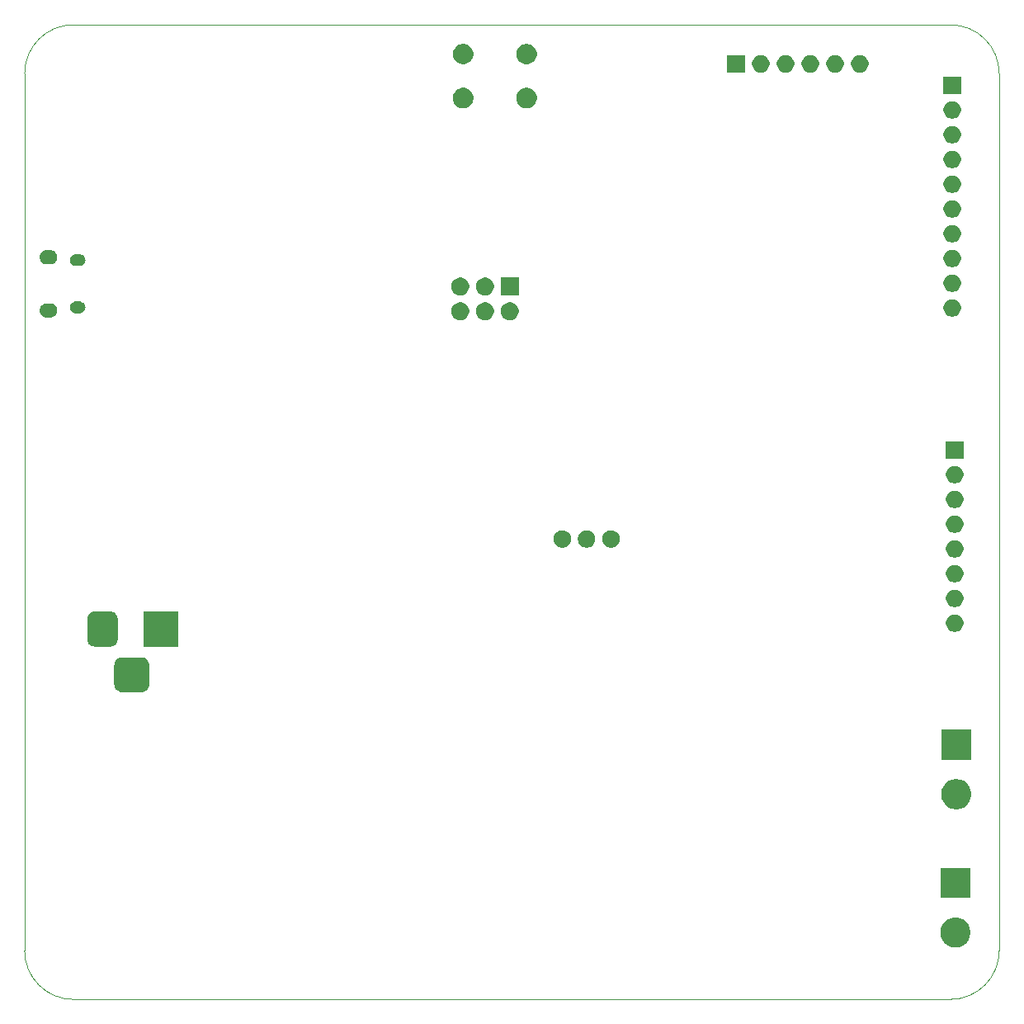
<source format=gbr>
G04 #@! TF.GenerationSoftware,KiCad,Pcbnew,5.1.5-52549c5~86~ubuntu19.10.1*
G04 #@! TF.CreationDate,2020-04-17T16:07:13+02:00*
G04 #@! TF.ProjectId,ArduinoDCC++,41726475-696e-46f4-9443-432b2b2e6b69,v.0.0.1*
G04 #@! TF.SameCoordinates,Original*
G04 #@! TF.FileFunction,Soldermask,Bot*
G04 #@! TF.FilePolarity,Negative*
%FSLAX46Y46*%
G04 Gerber Fmt 4.6, Leading zero omitted, Abs format (unit mm)*
G04 Created by KiCad (PCBNEW 5.1.5-52549c5~86~ubuntu19.10.1) date 2020-04-17 16:07:13*
%MOMM*%
%LPD*%
G04 APERTURE LIST*
%ADD10C,0.050000*%
%ADD11C,0.100000*%
G04 APERTURE END LIST*
D10*
X55000000Y-150000000D02*
X145000000Y-150000000D01*
X50000000Y-55000000D02*
X50000000Y-145000000D01*
X145000000Y-50000000D02*
X55000000Y-50000000D01*
X150000000Y-145000000D02*
X150000000Y-55000000D01*
X150000000Y-145000000D02*
G75*
G02X145000000Y-150000000I-5000000J0D01*
G01*
X145000000Y-50000000D02*
G75*
G02X150000000Y-55000000I0J-5000000D01*
G01*
X50000000Y-55000000D02*
G75*
G02X55000000Y-50000000I5000000J0D01*
G01*
X55000000Y-150000000D02*
G75*
G02X50000000Y-145000000I0J5000000D01*
G01*
D11*
G36*
X145806585Y-141620802D02*
G01*
X145956410Y-141650604D01*
X146238674Y-141767521D01*
X146492705Y-141937259D01*
X146708741Y-142153295D01*
X146878479Y-142407326D01*
X146995396Y-142689590D01*
X147055000Y-142989240D01*
X147055000Y-143294760D01*
X146995396Y-143594410D01*
X146878479Y-143876674D01*
X146708741Y-144130705D01*
X146492705Y-144346741D01*
X146238674Y-144516479D01*
X145956410Y-144633396D01*
X145806585Y-144663198D01*
X145656761Y-144693000D01*
X145351239Y-144693000D01*
X145201415Y-144663198D01*
X145051590Y-144633396D01*
X144769326Y-144516479D01*
X144515295Y-144346741D01*
X144299259Y-144130705D01*
X144129521Y-143876674D01*
X144012604Y-143594410D01*
X143953000Y-143294760D01*
X143953000Y-142989240D01*
X144012604Y-142689590D01*
X144129521Y-142407326D01*
X144299259Y-142153295D01*
X144515295Y-141937259D01*
X144769326Y-141767521D01*
X145051590Y-141650604D01*
X145201415Y-141620802D01*
X145351239Y-141591000D01*
X145656761Y-141591000D01*
X145806585Y-141620802D01*
G37*
G36*
X147055000Y-139613000D02*
G01*
X143953000Y-139613000D01*
X143953000Y-136511000D01*
X147055000Y-136511000D01*
X147055000Y-139613000D01*
G37*
G36*
X145890585Y-127428802D02*
G01*
X146040410Y-127458604D01*
X146322674Y-127575521D01*
X146576705Y-127745259D01*
X146792741Y-127961295D01*
X146962479Y-128215326D01*
X147079396Y-128497590D01*
X147139000Y-128797240D01*
X147139000Y-129102760D01*
X147079396Y-129402410D01*
X146962479Y-129684674D01*
X146792741Y-129938705D01*
X146576705Y-130154741D01*
X146322674Y-130324479D01*
X146040410Y-130441396D01*
X145890585Y-130471198D01*
X145740761Y-130501000D01*
X145435239Y-130501000D01*
X145285415Y-130471198D01*
X145135590Y-130441396D01*
X144853326Y-130324479D01*
X144599295Y-130154741D01*
X144383259Y-129938705D01*
X144213521Y-129684674D01*
X144096604Y-129402410D01*
X144037000Y-129102760D01*
X144037000Y-128797240D01*
X144096604Y-128497590D01*
X144213521Y-128215326D01*
X144383259Y-127961295D01*
X144599295Y-127745259D01*
X144853326Y-127575521D01*
X145135590Y-127458604D01*
X145285415Y-127428802D01*
X145435239Y-127399000D01*
X145740761Y-127399000D01*
X145890585Y-127428802D01*
G37*
G36*
X147139000Y-125421000D02*
G01*
X144037000Y-125421000D01*
X144037000Y-122319000D01*
X147139000Y-122319000D01*
X147139000Y-125421000D01*
G37*
G36*
X62126366Y-114915695D02*
G01*
X62283460Y-114963349D01*
X62428231Y-115040731D01*
X62555128Y-115144872D01*
X62659269Y-115271769D01*
X62736651Y-115416540D01*
X62784305Y-115573634D01*
X62801000Y-115743140D01*
X62801000Y-117656860D01*
X62784305Y-117826366D01*
X62736651Y-117983460D01*
X62659269Y-118128231D01*
X62555128Y-118255128D01*
X62428231Y-118359269D01*
X62283460Y-118436651D01*
X62126366Y-118484305D01*
X61956860Y-118501000D01*
X60043140Y-118501000D01*
X59873634Y-118484305D01*
X59716540Y-118436651D01*
X59571769Y-118359269D01*
X59444872Y-118255128D01*
X59340731Y-118128231D01*
X59263349Y-117983460D01*
X59215695Y-117826366D01*
X59199000Y-117656860D01*
X59199000Y-115743140D01*
X59215695Y-115573634D01*
X59263349Y-115416540D01*
X59340731Y-115271769D01*
X59444872Y-115144872D01*
X59571769Y-115040731D01*
X59716540Y-114963349D01*
X59873634Y-114915695D01*
X60043140Y-114899000D01*
X61956860Y-114899000D01*
X62126366Y-114915695D01*
G37*
G36*
X65801000Y-113801000D02*
G01*
X62199000Y-113801000D01*
X62199000Y-110199000D01*
X65801000Y-110199000D01*
X65801000Y-113801000D01*
G37*
G36*
X58976979Y-110213293D02*
G01*
X59110625Y-110253834D01*
X59233784Y-110319664D01*
X59341740Y-110408260D01*
X59430336Y-110516216D01*
X59496166Y-110639375D01*
X59536707Y-110773021D01*
X59551000Y-110918140D01*
X59551000Y-113081860D01*
X59536707Y-113226979D01*
X59496166Y-113360625D01*
X59430336Y-113483784D01*
X59341740Y-113591740D01*
X59233784Y-113680336D01*
X59110625Y-113746166D01*
X58976979Y-113786707D01*
X58831860Y-113801000D01*
X57168140Y-113801000D01*
X57023021Y-113786707D01*
X56889375Y-113746166D01*
X56766216Y-113680336D01*
X56658260Y-113591740D01*
X56569664Y-113483784D01*
X56503834Y-113360625D01*
X56463293Y-113226979D01*
X56449000Y-113081860D01*
X56449000Y-110918140D01*
X56463293Y-110773021D01*
X56503834Y-110639375D01*
X56569664Y-110516216D01*
X56658260Y-110408260D01*
X56766216Y-110319664D01*
X56889375Y-110253834D01*
X57023021Y-110213293D01*
X57168140Y-110199000D01*
X58831860Y-110199000D01*
X58976979Y-110213293D01*
G37*
G36*
X145541512Y-110495927D02*
G01*
X145690812Y-110525624D01*
X145854784Y-110593544D01*
X146002354Y-110692147D01*
X146127853Y-110817646D01*
X146226456Y-110965216D01*
X146294376Y-111129188D01*
X146329000Y-111303259D01*
X146329000Y-111480741D01*
X146294376Y-111654812D01*
X146226456Y-111818784D01*
X146127853Y-111966354D01*
X146002354Y-112091853D01*
X145854784Y-112190456D01*
X145690812Y-112258376D01*
X145541512Y-112288073D01*
X145516742Y-112293000D01*
X145339258Y-112293000D01*
X145314488Y-112288073D01*
X145165188Y-112258376D01*
X145001216Y-112190456D01*
X144853646Y-112091853D01*
X144728147Y-111966354D01*
X144629544Y-111818784D01*
X144561624Y-111654812D01*
X144527000Y-111480741D01*
X144527000Y-111303259D01*
X144561624Y-111129188D01*
X144629544Y-110965216D01*
X144728147Y-110817646D01*
X144853646Y-110692147D01*
X145001216Y-110593544D01*
X145165188Y-110525624D01*
X145314488Y-110495927D01*
X145339258Y-110491000D01*
X145516742Y-110491000D01*
X145541512Y-110495927D01*
G37*
G36*
X145541512Y-107955927D02*
G01*
X145690812Y-107985624D01*
X145854784Y-108053544D01*
X146002354Y-108152147D01*
X146127853Y-108277646D01*
X146226456Y-108425216D01*
X146294376Y-108589188D01*
X146329000Y-108763259D01*
X146329000Y-108940741D01*
X146294376Y-109114812D01*
X146226456Y-109278784D01*
X146127853Y-109426354D01*
X146002354Y-109551853D01*
X145854784Y-109650456D01*
X145690812Y-109718376D01*
X145541512Y-109748073D01*
X145516742Y-109753000D01*
X145339258Y-109753000D01*
X145314488Y-109748073D01*
X145165188Y-109718376D01*
X145001216Y-109650456D01*
X144853646Y-109551853D01*
X144728147Y-109426354D01*
X144629544Y-109278784D01*
X144561624Y-109114812D01*
X144527000Y-108940741D01*
X144527000Y-108763259D01*
X144561624Y-108589188D01*
X144629544Y-108425216D01*
X144728147Y-108277646D01*
X144853646Y-108152147D01*
X145001216Y-108053544D01*
X145165188Y-107985624D01*
X145314488Y-107955927D01*
X145339258Y-107951000D01*
X145516742Y-107951000D01*
X145541512Y-107955927D01*
G37*
G36*
X145541512Y-105415927D02*
G01*
X145690812Y-105445624D01*
X145854784Y-105513544D01*
X146002354Y-105612147D01*
X146127853Y-105737646D01*
X146226456Y-105885216D01*
X146294376Y-106049188D01*
X146329000Y-106223259D01*
X146329000Y-106400741D01*
X146294376Y-106574812D01*
X146226456Y-106738784D01*
X146127853Y-106886354D01*
X146002354Y-107011853D01*
X145854784Y-107110456D01*
X145690812Y-107178376D01*
X145541512Y-107208073D01*
X145516742Y-107213000D01*
X145339258Y-107213000D01*
X145314488Y-107208073D01*
X145165188Y-107178376D01*
X145001216Y-107110456D01*
X144853646Y-107011853D01*
X144728147Y-106886354D01*
X144629544Y-106738784D01*
X144561624Y-106574812D01*
X144527000Y-106400741D01*
X144527000Y-106223259D01*
X144561624Y-106049188D01*
X144629544Y-105885216D01*
X144728147Y-105737646D01*
X144853646Y-105612147D01*
X145001216Y-105513544D01*
X145165188Y-105445624D01*
X145314488Y-105415927D01*
X145339258Y-105411000D01*
X145516742Y-105411000D01*
X145541512Y-105415927D01*
G37*
G36*
X145541512Y-102875927D02*
G01*
X145690812Y-102905624D01*
X145854784Y-102973544D01*
X146002354Y-103072147D01*
X146127853Y-103197646D01*
X146226456Y-103345216D01*
X146294376Y-103509188D01*
X146329000Y-103683259D01*
X146329000Y-103860741D01*
X146294376Y-104034812D01*
X146226456Y-104198784D01*
X146127853Y-104346354D01*
X146002354Y-104471853D01*
X145854784Y-104570456D01*
X145690812Y-104638376D01*
X145541512Y-104668073D01*
X145516742Y-104673000D01*
X145339258Y-104673000D01*
X145314488Y-104668073D01*
X145165188Y-104638376D01*
X145001216Y-104570456D01*
X144853646Y-104471853D01*
X144728147Y-104346354D01*
X144629544Y-104198784D01*
X144561624Y-104034812D01*
X144527000Y-103860741D01*
X144527000Y-103683259D01*
X144561624Y-103509188D01*
X144629544Y-103345216D01*
X144728147Y-103197646D01*
X144853646Y-103072147D01*
X145001216Y-102973544D01*
X145165188Y-102905624D01*
X145314488Y-102875927D01*
X145339258Y-102871000D01*
X145516742Y-102871000D01*
X145541512Y-102875927D01*
G37*
G36*
X105271512Y-101859927D02*
G01*
X105420812Y-101889624D01*
X105584784Y-101957544D01*
X105732354Y-102056147D01*
X105857853Y-102181646D01*
X105956456Y-102329216D01*
X106024376Y-102493188D01*
X106059000Y-102667259D01*
X106059000Y-102844741D01*
X106024376Y-103018812D01*
X105956456Y-103182784D01*
X105857853Y-103330354D01*
X105732354Y-103455853D01*
X105584784Y-103554456D01*
X105420812Y-103622376D01*
X105271512Y-103652073D01*
X105246742Y-103657000D01*
X105069258Y-103657000D01*
X105044488Y-103652073D01*
X104895188Y-103622376D01*
X104731216Y-103554456D01*
X104583646Y-103455853D01*
X104458147Y-103330354D01*
X104359544Y-103182784D01*
X104291624Y-103018812D01*
X104257000Y-102844741D01*
X104257000Y-102667259D01*
X104291624Y-102493188D01*
X104359544Y-102329216D01*
X104458147Y-102181646D01*
X104583646Y-102056147D01*
X104731216Y-101957544D01*
X104895188Y-101889624D01*
X105044488Y-101859927D01*
X105069258Y-101855000D01*
X105246742Y-101855000D01*
X105271512Y-101859927D01*
G37*
G36*
X107771512Y-101859927D02*
G01*
X107920812Y-101889624D01*
X108084784Y-101957544D01*
X108232354Y-102056147D01*
X108357853Y-102181646D01*
X108456456Y-102329216D01*
X108524376Y-102493188D01*
X108559000Y-102667259D01*
X108559000Y-102844741D01*
X108524376Y-103018812D01*
X108456456Y-103182784D01*
X108357853Y-103330354D01*
X108232354Y-103455853D01*
X108084784Y-103554456D01*
X107920812Y-103622376D01*
X107771512Y-103652073D01*
X107746742Y-103657000D01*
X107569258Y-103657000D01*
X107544488Y-103652073D01*
X107395188Y-103622376D01*
X107231216Y-103554456D01*
X107083646Y-103455853D01*
X106958147Y-103330354D01*
X106859544Y-103182784D01*
X106791624Y-103018812D01*
X106757000Y-102844741D01*
X106757000Y-102667259D01*
X106791624Y-102493188D01*
X106859544Y-102329216D01*
X106958147Y-102181646D01*
X107083646Y-102056147D01*
X107231216Y-101957544D01*
X107395188Y-101889624D01*
X107544488Y-101859927D01*
X107569258Y-101855000D01*
X107746742Y-101855000D01*
X107771512Y-101859927D01*
G37*
G36*
X110271512Y-101859927D02*
G01*
X110420812Y-101889624D01*
X110584784Y-101957544D01*
X110732354Y-102056147D01*
X110857853Y-102181646D01*
X110956456Y-102329216D01*
X111024376Y-102493188D01*
X111059000Y-102667259D01*
X111059000Y-102844741D01*
X111024376Y-103018812D01*
X110956456Y-103182784D01*
X110857853Y-103330354D01*
X110732354Y-103455853D01*
X110584784Y-103554456D01*
X110420812Y-103622376D01*
X110271512Y-103652073D01*
X110246742Y-103657000D01*
X110069258Y-103657000D01*
X110044488Y-103652073D01*
X109895188Y-103622376D01*
X109731216Y-103554456D01*
X109583646Y-103455853D01*
X109458147Y-103330354D01*
X109359544Y-103182784D01*
X109291624Y-103018812D01*
X109257000Y-102844741D01*
X109257000Y-102667259D01*
X109291624Y-102493188D01*
X109359544Y-102329216D01*
X109458147Y-102181646D01*
X109583646Y-102056147D01*
X109731216Y-101957544D01*
X109895188Y-101889624D01*
X110044488Y-101859927D01*
X110069258Y-101855000D01*
X110246742Y-101855000D01*
X110271512Y-101859927D01*
G37*
G36*
X145541512Y-100335927D02*
G01*
X145690812Y-100365624D01*
X145854784Y-100433544D01*
X146002354Y-100532147D01*
X146127853Y-100657646D01*
X146226456Y-100805216D01*
X146294376Y-100969188D01*
X146329000Y-101143259D01*
X146329000Y-101320741D01*
X146294376Y-101494812D01*
X146226456Y-101658784D01*
X146127853Y-101806354D01*
X146002354Y-101931853D01*
X145854784Y-102030456D01*
X145690812Y-102098376D01*
X145541512Y-102128073D01*
X145516742Y-102133000D01*
X145339258Y-102133000D01*
X145314488Y-102128073D01*
X145165188Y-102098376D01*
X145001216Y-102030456D01*
X144853646Y-101931853D01*
X144728147Y-101806354D01*
X144629544Y-101658784D01*
X144561624Y-101494812D01*
X144527000Y-101320741D01*
X144527000Y-101143259D01*
X144561624Y-100969188D01*
X144629544Y-100805216D01*
X144728147Y-100657646D01*
X144853646Y-100532147D01*
X145001216Y-100433544D01*
X145165188Y-100365624D01*
X145314488Y-100335927D01*
X145339258Y-100331000D01*
X145516742Y-100331000D01*
X145541512Y-100335927D01*
G37*
G36*
X145541512Y-97795927D02*
G01*
X145690812Y-97825624D01*
X145854784Y-97893544D01*
X146002354Y-97992147D01*
X146127853Y-98117646D01*
X146226456Y-98265216D01*
X146294376Y-98429188D01*
X146329000Y-98603259D01*
X146329000Y-98780741D01*
X146294376Y-98954812D01*
X146226456Y-99118784D01*
X146127853Y-99266354D01*
X146002354Y-99391853D01*
X145854784Y-99490456D01*
X145690812Y-99558376D01*
X145541512Y-99588073D01*
X145516742Y-99593000D01*
X145339258Y-99593000D01*
X145314488Y-99588073D01*
X145165188Y-99558376D01*
X145001216Y-99490456D01*
X144853646Y-99391853D01*
X144728147Y-99266354D01*
X144629544Y-99118784D01*
X144561624Y-98954812D01*
X144527000Y-98780741D01*
X144527000Y-98603259D01*
X144561624Y-98429188D01*
X144629544Y-98265216D01*
X144728147Y-98117646D01*
X144853646Y-97992147D01*
X145001216Y-97893544D01*
X145165188Y-97825624D01*
X145314488Y-97795927D01*
X145339258Y-97791000D01*
X145516742Y-97791000D01*
X145541512Y-97795927D01*
G37*
G36*
X145541512Y-95255927D02*
G01*
X145690812Y-95285624D01*
X145854784Y-95353544D01*
X146002354Y-95452147D01*
X146127853Y-95577646D01*
X146226456Y-95725216D01*
X146294376Y-95889188D01*
X146329000Y-96063259D01*
X146329000Y-96240741D01*
X146294376Y-96414812D01*
X146226456Y-96578784D01*
X146127853Y-96726354D01*
X146002354Y-96851853D01*
X145854784Y-96950456D01*
X145690812Y-97018376D01*
X145541512Y-97048073D01*
X145516742Y-97053000D01*
X145339258Y-97053000D01*
X145314488Y-97048073D01*
X145165188Y-97018376D01*
X145001216Y-96950456D01*
X144853646Y-96851853D01*
X144728147Y-96726354D01*
X144629544Y-96578784D01*
X144561624Y-96414812D01*
X144527000Y-96240741D01*
X144527000Y-96063259D01*
X144561624Y-95889188D01*
X144629544Y-95725216D01*
X144728147Y-95577646D01*
X144853646Y-95452147D01*
X145001216Y-95353544D01*
X145165188Y-95285624D01*
X145314488Y-95255927D01*
X145339258Y-95251000D01*
X145516742Y-95251000D01*
X145541512Y-95255927D01*
G37*
G36*
X146329000Y-94513000D02*
G01*
X144527000Y-94513000D01*
X144527000Y-92711000D01*
X146329000Y-92711000D01*
X146329000Y-94513000D01*
G37*
G36*
X94970778Y-78508547D02*
G01*
X95137224Y-78577491D01*
X95287022Y-78677583D01*
X95414417Y-78804978D01*
X95514509Y-78954776D01*
X95583453Y-79121222D01*
X95618600Y-79297918D01*
X95618600Y-79478082D01*
X95583453Y-79654778D01*
X95514509Y-79821224D01*
X95414417Y-79971022D01*
X95287022Y-80098417D01*
X95137224Y-80198509D01*
X94970778Y-80267453D01*
X94794082Y-80302600D01*
X94613918Y-80302600D01*
X94437222Y-80267453D01*
X94270776Y-80198509D01*
X94120978Y-80098417D01*
X93993583Y-79971022D01*
X93893491Y-79821224D01*
X93824547Y-79654778D01*
X93789400Y-79478082D01*
X93789400Y-79297918D01*
X93824547Y-79121222D01*
X93893491Y-78954776D01*
X93993583Y-78804978D01*
X94120978Y-78677583D01*
X94270776Y-78577491D01*
X94437222Y-78508547D01*
X94613918Y-78473400D01*
X94794082Y-78473400D01*
X94970778Y-78508547D01*
G37*
G36*
X100050778Y-78508547D02*
G01*
X100217224Y-78577491D01*
X100367022Y-78677583D01*
X100494417Y-78804978D01*
X100594509Y-78954776D01*
X100663453Y-79121222D01*
X100698600Y-79297918D01*
X100698600Y-79478082D01*
X100663453Y-79654778D01*
X100594509Y-79821224D01*
X100494417Y-79971022D01*
X100367022Y-80098417D01*
X100217224Y-80198509D01*
X100050778Y-80267453D01*
X99874082Y-80302600D01*
X99693918Y-80302600D01*
X99517222Y-80267453D01*
X99350776Y-80198509D01*
X99200978Y-80098417D01*
X99073583Y-79971022D01*
X98973491Y-79821224D01*
X98904547Y-79654778D01*
X98869400Y-79478082D01*
X98869400Y-79297918D01*
X98904547Y-79121222D01*
X98973491Y-78954776D01*
X99073583Y-78804978D01*
X99200978Y-78677583D01*
X99350776Y-78577491D01*
X99517222Y-78508547D01*
X99693918Y-78473400D01*
X99874082Y-78473400D01*
X100050778Y-78508547D01*
G37*
G36*
X97510778Y-78508547D02*
G01*
X97677224Y-78577491D01*
X97827022Y-78677583D01*
X97954417Y-78804978D01*
X98054509Y-78954776D01*
X98123453Y-79121222D01*
X98158600Y-79297918D01*
X98158600Y-79478082D01*
X98123453Y-79654778D01*
X98054509Y-79821224D01*
X97954417Y-79971022D01*
X97827022Y-80098417D01*
X97677224Y-80198509D01*
X97510778Y-80267453D01*
X97334082Y-80302600D01*
X97153918Y-80302600D01*
X96977222Y-80267453D01*
X96810776Y-80198509D01*
X96660978Y-80098417D01*
X96533583Y-79971022D01*
X96433491Y-79821224D01*
X96364547Y-79654778D01*
X96329400Y-79478082D01*
X96329400Y-79297918D01*
X96364547Y-79121222D01*
X96433491Y-78954776D01*
X96533583Y-78804978D01*
X96660978Y-78677583D01*
X96810776Y-78577491D01*
X96977222Y-78508547D01*
X97153918Y-78473400D01*
X97334082Y-78473400D01*
X97510778Y-78508547D01*
G37*
G36*
X52687213Y-78576502D02*
G01*
X52758321Y-78583505D01*
X52895172Y-78625019D01*
X52895175Y-78625020D01*
X53021294Y-78692432D01*
X53131843Y-78783157D01*
X53222568Y-78893706D01*
X53289980Y-79019825D01*
X53289981Y-79019828D01*
X53331495Y-79156679D01*
X53345512Y-79299000D01*
X53331495Y-79441321D01*
X53316385Y-79491130D01*
X53289980Y-79578175D01*
X53222568Y-79704294D01*
X53131843Y-79814843D01*
X53021294Y-79905568D01*
X52895175Y-79972980D01*
X52895172Y-79972981D01*
X52758321Y-80014495D01*
X52687213Y-80021498D01*
X52651660Y-80025000D01*
X52230340Y-80025000D01*
X52194787Y-80021498D01*
X52123679Y-80014495D01*
X51986828Y-79972981D01*
X51986825Y-79972980D01*
X51860706Y-79905568D01*
X51750157Y-79814843D01*
X51659432Y-79704294D01*
X51592020Y-79578175D01*
X51565615Y-79491130D01*
X51550505Y-79441321D01*
X51536488Y-79299000D01*
X51550505Y-79156679D01*
X51592019Y-79019828D01*
X51592020Y-79019825D01*
X51659432Y-78893706D01*
X51750157Y-78783157D01*
X51860706Y-78692432D01*
X51986825Y-78625020D01*
X51986828Y-78625019D01*
X52123679Y-78583505D01*
X52194787Y-78576502D01*
X52230340Y-78573000D01*
X52651660Y-78573000D01*
X52687213Y-78576502D01*
G37*
G36*
X145287512Y-78157927D02*
G01*
X145436812Y-78187624D01*
X145600784Y-78255544D01*
X145748354Y-78354147D01*
X145873853Y-78479646D01*
X145972456Y-78627216D01*
X146040376Y-78791188D01*
X146075000Y-78965259D01*
X146075000Y-79142741D01*
X146040376Y-79316812D01*
X145972456Y-79480784D01*
X145873853Y-79628354D01*
X145748354Y-79753853D01*
X145600784Y-79852456D01*
X145436812Y-79920376D01*
X145287512Y-79950073D01*
X145262742Y-79955000D01*
X145085258Y-79955000D01*
X145060488Y-79950073D01*
X144911188Y-79920376D01*
X144747216Y-79852456D01*
X144599646Y-79753853D01*
X144474147Y-79628354D01*
X144375544Y-79480784D01*
X144307624Y-79316812D01*
X144273000Y-79142741D01*
X144273000Y-78965259D01*
X144307624Y-78791188D01*
X144375544Y-78627216D01*
X144474147Y-78479646D01*
X144599646Y-78354147D01*
X144747216Y-78255544D01*
X144911188Y-78187624D01*
X145060488Y-78157927D01*
X145085258Y-78153000D01*
X145262742Y-78153000D01*
X145287512Y-78157927D01*
G37*
G36*
X55758818Y-78396696D02*
G01*
X55872105Y-78431062D01*
X55976512Y-78486869D01*
X56068027Y-78561973D01*
X56143131Y-78653488D01*
X56198938Y-78757895D01*
X56233304Y-78871182D01*
X56244907Y-78989000D01*
X56233304Y-79106818D01*
X56198938Y-79220105D01*
X56143131Y-79324512D01*
X56068027Y-79416027D01*
X55976512Y-79491131D01*
X55872105Y-79546938D01*
X55758818Y-79581304D01*
X55670519Y-79590000D01*
X55211481Y-79590000D01*
X55123182Y-79581304D01*
X55009895Y-79546938D01*
X54905488Y-79491131D01*
X54813973Y-79416027D01*
X54738869Y-79324512D01*
X54683062Y-79220105D01*
X54648696Y-79106818D01*
X54637093Y-78989000D01*
X54648696Y-78871182D01*
X54683062Y-78757895D01*
X54738869Y-78653488D01*
X54813973Y-78561973D01*
X54905488Y-78486869D01*
X55009895Y-78431062D01*
X55123182Y-78396696D01*
X55211481Y-78388000D01*
X55670519Y-78388000D01*
X55758818Y-78396696D01*
G37*
G36*
X94970778Y-75968547D02*
G01*
X95137224Y-76037491D01*
X95287022Y-76137583D01*
X95414417Y-76264978D01*
X95514509Y-76414776D01*
X95583453Y-76581222D01*
X95618600Y-76757918D01*
X95618600Y-76938082D01*
X95583453Y-77114778D01*
X95514509Y-77281224D01*
X95414417Y-77431022D01*
X95287022Y-77558417D01*
X95137224Y-77658509D01*
X94970778Y-77727453D01*
X94794082Y-77762600D01*
X94613918Y-77762600D01*
X94437222Y-77727453D01*
X94270776Y-77658509D01*
X94120978Y-77558417D01*
X93993583Y-77431022D01*
X93893491Y-77281224D01*
X93824547Y-77114778D01*
X93789400Y-76938082D01*
X93789400Y-76757918D01*
X93824547Y-76581222D01*
X93893491Y-76414776D01*
X93993583Y-76264978D01*
X94120978Y-76137583D01*
X94270776Y-76037491D01*
X94437222Y-75968547D01*
X94613918Y-75933400D01*
X94794082Y-75933400D01*
X94970778Y-75968547D01*
G37*
G36*
X100698600Y-77762600D02*
G01*
X98869400Y-77762600D01*
X98869400Y-75933400D01*
X100698600Y-75933400D01*
X100698600Y-77762600D01*
G37*
G36*
X97510778Y-75968547D02*
G01*
X97677224Y-76037491D01*
X97827022Y-76137583D01*
X97954417Y-76264978D01*
X98054509Y-76414776D01*
X98123453Y-76581222D01*
X98158600Y-76757918D01*
X98158600Y-76938082D01*
X98123453Y-77114778D01*
X98054509Y-77281224D01*
X97954417Y-77431022D01*
X97827022Y-77558417D01*
X97677224Y-77658509D01*
X97510778Y-77727453D01*
X97334082Y-77762600D01*
X97153918Y-77762600D01*
X96977222Y-77727453D01*
X96810776Y-77658509D01*
X96660978Y-77558417D01*
X96533583Y-77431022D01*
X96433491Y-77281224D01*
X96364547Y-77114778D01*
X96329400Y-76938082D01*
X96329400Y-76757918D01*
X96364547Y-76581222D01*
X96433491Y-76414776D01*
X96533583Y-76264978D01*
X96660978Y-76137583D01*
X96810776Y-76037491D01*
X96977222Y-75968547D01*
X97153918Y-75933400D01*
X97334082Y-75933400D01*
X97510778Y-75968547D01*
G37*
G36*
X145287512Y-75617927D02*
G01*
X145436812Y-75647624D01*
X145600784Y-75715544D01*
X145748354Y-75814147D01*
X145873853Y-75939646D01*
X145972456Y-76087216D01*
X146040376Y-76251188D01*
X146075000Y-76425259D01*
X146075000Y-76602741D01*
X146040376Y-76776812D01*
X145972456Y-76940784D01*
X145873853Y-77088354D01*
X145748354Y-77213853D01*
X145600784Y-77312456D01*
X145436812Y-77380376D01*
X145287512Y-77410073D01*
X145262742Y-77415000D01*
X145085258Y-77415000D01*
X145060488Y-77410073D01*
X144911188Y-77380376D01*
X144747216Y-77312456D01*
X144599646Y-77213853D01*
X144474147Y-77088354D01*
X144375544Y-76940784D01*
X144307624Y-76776812D01*
X144273000Y-76602741D01*
X144273000Y-76425259D01*
X144307624Y-76251188D01*
X144375544Y-76087216D01*
X144474147Y-75939646D01*
X144599646Y-75814147D01*
X144747216Y-75715544D01*
X144911188Y-75647624D01*
X145060488Y-75617927D01*
X145085258Y-75613000D01*
X145262742Y-75613000D01*
X145287512Y-75617927D01*
G37*
G36*
X145287512Y-73077927D02*
G01*
X145436812Y-73107624D01*
X145600784Y-73175544D01*
X145748354Y-73274147D01*
X145873853Y-73399646D01*
X145972456Y-73547216D01*
X146040376Y-73711188D01*
X146075000Y-73885259D01*
X146075000Y-74062741D01*
X146040376Y-74236812D01*
X145972456Y-74400784D01*
X145873853Y-74548354D01*
X145748354Y-74673853D01*
X145600784Y-74772456D01*
X145436812Y-74840376D01*
X145287512Y-74870073D01*
X145262742Y-74875000D01*
X145085258Y-74875000D01*
X145060488Y-74870073D01*
X144911188Y-74840376D01*
X144747216Y-74772456D01*
X144599646Y-74673853D01*
X144474147Y-74548354D01*
X144375544Y-74400784D01*
X144307624Y-74236812D01*
X144273000Y-74062741D01*
X144273000Y-73885259D01*
X144307624Y-73711188D01*
X144375544Y-73547216D01*
X144474147Y-73399646D01*
X144599646Y-73274147D01*
X144747216Y-73175544D01*
X144911188Y-73107624D01*
X145060488Y-73077927D01*
X145085258Y-73073000D01*
X145262742Y-73073000D01*
X145287512Y-73077927D01*
G37*
G36*
X55758818Y-73556696D02*
G01*
X55872105Y-73591062D01*
X55976512Y-73646869D01*
X56068027Y-73721973D01*
X56143131Y-73813488D01*
X56198938Y-73917895D01*
X56233304Y-74031182D01*
X56244907Y-74149000D01*
X56233304Y-74266818D01*
X56198938Y-74380105D01*
X56143131Y-74484512D01*
X56068027Y-74576027D01*
X55976512Y-74651131D01*
X55872105Y-74706938D01*
X55758818Y-74741304D01*
X55670519Y-74750000D01*
X55211481Y-74750000D01*
X55123182Y-74741304D01*
X55009895Y-74706938D01*
X54905488Y-74651131D01*
X54813973Y-74576027D01*
X54738869Y-74484512D01*
X54683062Y-74380105D01*
X54648696Y-74266818D01*
X54637093Y-74149000D01*
X54648696Y-74031182D01*
X54683062Y-73917895D01*
X54738869Y-73813488D01*
X54813973Y-73721973D01*
X54905488Y-73646869D01*
X55009895Y-73591062D01*
X55123182Y-73556696D01*
X55211481Y-73548000D01*
X55670519Y-73548000D01*
X55758818Y-73556696D01*
G37*
G36*
X52687213Y-73116502D02*
G01*
X52758321Y-73123505D01*
X52895172Y-73165019D01*
X52895175Y-73165020D01*
X53021294Y-73232432D01*
X53131843Y-73323157D01*
X53222568Y-73433706D01*
X53289980Y-73559825D01*
X53289981Y-73559828D01*
X53331495Y-73696679D01*
X53345512Y-73839000D01*
X53331495Y-73981321D01*
X53289981Y-74118172D01*
X53289980Y-74118175D01*
X53222568Y-74244294D01*
X53131843Y-74354843D01*
X53021294Y-74445568D01*
X52895175Y-74512980D01*
X52895172Y-74512981D01*
X52758321Y-74554495D01*
X52687213Y-74561498D01*
X52651660Y-74565000D01*
X52230340Y-74565000D01*
X52194787Y-74561498D01*
X52123679Y-74554495D01*
X51986828Y-74512981D01*
X51986825Y-74512980D01*
X51860706Y-74445568D01*
X51750157Y-74354843D01*
X51659432Y-74244294D01*
X51592020Y-74118175D01*
X51592019Y-74118172D01*
X51550505Y-73981321D01*
X51536488Y-73839000D01*
X51550505Y-73696679D01*
X51592019Y-73559828D01*
X51592020Y-73559825D01*
X51659432Y-73433706D01*
X51750157Y-73323157D01*
X51860706Y-73232432D01*
X51986825Y-73165020D01*
X51986828Y-73165019D01*
X52123679Y-73123505D01*
X52194787Y-73116502D01*
X52230340Y-73113000D01*
X52651660Y-73113000D01*
X52687213Y-73116502D01*
G37*
G36*
X145287512Y-70537927D02*
G01*
X145436812Y-70567624D01*
X145600784Y-70635544D01*
X145748354Y-70734147D01*
X145873853Y-70859646D01*
X145972456Y-71007216D01*
X146040376Y-71171188D01*
X146075000Y-71345259D01*
X146075000Y-71522741D01*
X146040376Y-71696812D01*
X145972456Y-71860784D01*
X145873853Y-72008354D01*
X145748354Y-72133853D01*
X145600784Y-72232456D01*
X145436812Y-72300376D01*
X145287512Y-72330073D01*
X145262742Y-72335000D01*
X145085258Y-72335000D01*
X145060488Y-72330073D01*
X144911188Y-72300376D01*
X144747216Y-72232456D01*
X144599646Y-72133853D01*
X144474147Y-72008354D01*
X144375544Y-71860784D01*
X144307624Y-71696812D01*
X144273000Y-71522741D01*
X144273000Y-71345259D01*
X144307624Y-71171188D01*
X144375544Y-71007216D01*
X144474147Y-70859646D01*
X144599646Y-70734147D01*
X144747216Y-70635544D01*
X144911188Y-70567624D01*
X145060488Y-70537927D01*
X145085258Y-70533000D01*
X145262742Y-70533000D01*
X145287512Y-70537927D01*
G37*
G36*
X145287512Y-67997927D02*
G01*
X145436812Y-68027624D01*
X145600784Y-68095544D01*
X145748354Y-68194147D01*
X145873853Y-68319646D01*
X145972456Y-68467216D01*
X146040376Y-68631188D01*
X146075000Y-68805259D01*
X146075000Y-68982741D01*
X146040376Y-69156812D01*
X145972456Y-69320784D01*
X145873853Y-69468354D01*
X145748354Y-69593853D01*
X145600784Y-69692456D01*
X145436812Y-69760376D01*
X145287512Y-69790073D01*
X145262742Y-69795000D01*
X145085258Y-69795000D01*
X145060488Y-69790073D01*
X144911188Y-69760376D01*
X144747216Y-69692456D01*
X144599646Y-69593853D01*
X144474147Y-69468354D01*
X144375544Y-69320784D01*
X144307624Y-69156812D01*
X144273000Y-68982741D01*
X144273000Y-68805259D01*
X144307624Y-68631188D01*
X144375544Y-68467216D01*
X144474147Y-68319646D01*
X144599646Y-68194147D01*
X144747216Y-68095544D01*
X144911188Y-68027624D01*
X145060488Y-67997927D01*
X145085258Y-67993000D01*
X145262742Y-67993000D01*
X145287512Y-67997927D01*
G37*
G36*
X145287512Y-65457927D02*
G01*
X145436812Y-65487624D01*
X145600784Y-65555544D01*
X145748354Y-65654147D01*
X145873853Y-65779646D01*
X145972456Y-65927216D01*
X146040376Y-66091188D01*
X146075000Y-66265259D01*
X146075000Y-66442741D01*
X146040376Y-66616812D01*
X145972456Y-66780784D01*
X145873853Y-66928354D01*
X145748354Y-67053853D01*
X145600784Y-67152456D01*
X145436812Y-67220376D01*
X145287512Y-67250073D01*
X145262742Y-67255000D01*
X145085258Y-67255000D01*
X145060488Y-67250073D01*
X144911188Y-67220376D01*
X144747216Y-67152456D01*
X144599646Y-67053853D01*
X144474147Y-66928354D01*
X144375544Y-66780784D01*
X144307624Y-66616812D01*
X144273000Y-66442741D01*
X144273000Y-66265259D01*
X144307624Y-66091188D01*
X144375544Y-65927216D01*
X144474147Y-65779646D01*
X144599646Y-65654147D01*
X144747216Y-65555544D01*
X144911188Y-65487624D01*
X145060488Y-65457927D01*
X145085258Y-65453000D01*
X145262742Y-65453000D01*
X145287512Y-65457927D01*
G37*
G36*
X145287512Y-62917927D02*
G01*
X145436812Y-62947624D01*
X145600784Y-63015544D01*
X145748354Y-63114147D01*
X145873853Y-63239646D01*
X145972456Y-63387216D01*
X146040376Y-63551188D01*
X146075000Y-63725259D01*
X146075000Y-63902741D01*
X146040376Y-64076812D01*
X145972456Y-64240784D01*
X145873853Y-64388354D01*
X145748354Y-64513853D01*
X145600784Y-64612456D01*
X145436812Y-64680376D01*
X145287512Y-64710073D01*
X145262742Y-64715000D01*
X145085258Y-64715000D01*
X145060488Y-64710073D01*
X144911188Y-64680376D01*
X144747216Y-64612456D01*
X144599646Y-64513853D01*
X144474147Y-64388354D01*
X144375544Y-64240784D01*
X144307624Y-64076812D01*
X144273000Y-63902741D01*
X144273000Y-63725259D01*
X144307624Y-63551188D01*
X144375544Y-63387216D01*
X144474147Y-63239646D01*
X144599646Y-63114147D01*
X144747216Y-63015544D01*
X144911188Y-62947624D01*
X145060488Y-62917927D01*
X145085258Y-62913000D01*
X145262742Y-62913000D01*
X145287512Y-62917927D01*
G37*
G36*
X145287512Y-60377927D02*
G01*
X145436812Y-60407624D01*
X145600784Y-60475544D01*
X145748354Y-60574147D01*
X145873853Y-60699646D01*
X145972456Y-60847216D01*
X146040376Y-61011188D01*
X146075000Y-61185259D01*
X146075000Y-61362741D01*
X146040376Y-61536812D01*
X145972456Y-61700784D01*
X145873853Y-61848354D01*
X145748354Y-61973853D01*
X145600784Y-62072456D01*
X145436812Y-62140376D01*
X145287512Y-62170073D01*
X145262742Y-62175000D01*
X145085258Y-62175000D01*
X145060488Y-62170073D01*
X144911188Y-62140376D01*
X144747216Y-62072456D01*
X144599646Y-61973853D01*
X144474147Y-61848354D01*
X144375544Y-61700784D01*
X144307624Y-61536812D01*
X144273000Y-61362741D01*
X144273000Y-61185259D01*
X144307624Y-61011188D01*
X144375544Y-60847216D01*
X144474147Y-60699646D01*
X144599646Y-60574147D01*
X144747216Y-60475544D01*
X144911188Y-60407624D01*
X145060488Y-60377927D01*
X145085258Y-60373000D01*
X145262742Y-60373000D01*
X145287512Y-60377927D01*
G37*
G36*
X145287512Y-57837927D02*
G01*
X145436812Y-57867624D01*
X145600784Y-57935544D01*
X145748354Y-58034147D01*
X145873853Y-58159646D01*
X145972456Y-58307216D01*
X146040376Y-58471188D01*
X146075000Y-58645259D01*
X146075000Y-58822741D01*
X146040376Y-58996812D01*
X145972456Y-59160784D01*
X145873853Y-59308354D01*
X145748354Y-59433853D01*
X145600784Y-59532456D01*
X145436812Y-59600376D01*
X145287512Y-59630073D01*
X145262742Y-59635000D01*
X145085258Y-59635000D01*
X145060488Y-59630073D01*
X144911188Y-59600376D01*
X144747216Y-59532456D01*
X144599646Y-59433853D01*
X144474147Y-59308354D01*
X144375544Y-59160784D01*
X144307624Y-58996812D01*
X144273000Y-58822741D01*
X144273000Y-58645259D01*
X144307624Y-58471188D01*
X144375544Y-58307216D01*
X144474147Y-58159646D01*
X144599646Y-58034147D01*
X144747216Y-57935544D01*
X144911188Y-57867624D01*
X145060488Y-57837927D01*
X145085258Y-57833000D01*
X145262742Y-57833000D01*
X145287512Y-57837927D01*
G37*
G36*
X95306564Y-56489389D02*
G01*
X95497833Y-56568615D01*
X95497835Y-56568616D01*
X95669973Y-56683635D01*
X95816365Y-56830027D01*
X95931385Y-57002167D01*
X96010611Y-57193436D01*
X96051000Y-57396484D01*
X96051000Y-57603516D01*
X96010611Y-57806564D01*
X95957186Y-57935544D01*
X95931384Y-57997835D01*
X95816365Y-58169973D01*
X95669973Y-58316365D01*
X95497835Y-58431384D01*
X95497834Y-58431385D01*
X95497833Y-58431385D01*
X95306564Y-58510611D01*
X95103516Y-58551000D01*
X94896484Y-58551000D01*
X94693436Y-58510611D01*
X94502167Y-58431385D01*
X94502166Y-58431385D01*
X94502165Y-58431384D01*
X94330027Y-58316365D01*
X94183635Y-58169973D01*
X94068616Y-57997835D01*
X94042814Y-57935544D01*
X93989389Y-57806564D01*
X93949000Y-57603516D01*
X93949000Y-57396484D01*
X93989389Y-57193436D01*
X94068615Y-57002167D01*
X94183635Y-56830027D01*
X94330027Y-56683635D01*
X94502165Y-56568616D01*
X94502167Y-56568615D01*
X94693436Y-56489389D01*
X94896484Y-56449000D01*
X95103516Y-56449000D01*
X95306564Y-56489389D01*
G37*
G36*
X101806564Y-56489389D02*
G01*
X101997833Y-56568615D01*
X101997835Y-56568616D01*
X102169973Y-56683635D01*
X102316365Y-56830027D01*
X102431385Y-57002167D01*
X102510611Y-57193436D01*
X102551000Y-57396484D01*
X102551000Y-57603516D01*
X102510611Y-57806564D01*
X102457186Y-57935544D01*
X102431384Y-57997835D01*
X102316365Y-58169973D01*
X102169973Y-58316365D01*
X101997835Y-58431384D01*
X101997834Y-58431385D01*
X101997833Y-58431385D01*
X101806564Y-58510611D01*
X101603516Y-58551000D01*
X101396484Y-58551000D01*
X101193436Y-58510611D01*
X101002167Y-58431385D01*
X101002166Y-58431385D01*
X101002165Y-58431384D01*
X100830027Y-58316365D01*
X100683635Y-58169973D01*
X100568616Y-57997835D01*
X100542814Y-57935544D01*
X100489389Y-57806564D01*
X100449000Y-57603516D01*
X100449000Y-57396484D01*
X100489389Y-57193436D01*
X100568615Y-57002167D01*
X100683635Y-56830027D01*
X100830027Y-56683635D01*
X101002165Y-56568616D01*
X101002167Y-56568615D01*
X101193436Y-56489389D01*
X101396484Y-56449000D01*
X101603516Y-56449000D01*
X101806564Y-56489389D01*
G37*
G36*
X146075000Y-57095000D02*
G01*
X144273000Y-57095000D01*
X144273000Y-55293000D01*
X146075000Y-55293000D01*
X146075000Y-57095000D01*
G37*
G36*
X123901000Y-54901000D02*
G01*
X122099000Y-54901000D01*
X122099000Y-53099000D01*
X123901000Y-53099000D01*
X123901000Y-54901000D01*
G37*
G36*
X125651435Y-53103514D02*
G01*
X125802812Y-53133624D01*
X125966784Y-53201544D01*
X126114354Y-53300147D01*
X126239853Y-53425646D01*
X126338456Y-53573216D01*
X126406376Y-53737188D01*
X126441000Y-53911259D01*
X126441000Y-54088741D01*
X126406376Y-54262812D01*
X126338456Y-54426784D01*
X126239853Y-54574354D01*
X126114354Y-54699853D01*
X125966784Y-54798456D01*
X125802812Y-54866376D01*
X125653512Y-54896073D01*
X125628742Y-54901000D01*
X125451258Y-54901000D01*
X125426488Y-54896073D01*
X125277188Y-54866376D01*
X125113216Y-54798456D01*
X124965646Y-54699853D01*
X124840147Y-54574354D01*
X124741544Y-54426784D01*
X124673624Y-54262812D01*
X124639000Y-54088741D01*
X124639000Y-53911259D01*
X124673624Y-53737188D01*
X124741544Y-53573216D01*
X124840147Y-53425646D01*
X124965646Y-53300147D01*
X125113216Y-53201544D01*
X125277188Y-53133624D01*
X125428565Y-53103514D01*
X125451258Y-53099000D01*
X125628742Y-53099000D01*
X125651435Y-53103514D01*
G37*
G36*
X128191435Y-53103514D02*
G01*
X128342812Y-53133624D01*
X128506784Y-53201544D01*
X128654354Y-53300147D01*
X128779853Y-53425646D01*
X128878456Y-53573216D01*
X128946376Y-53737188D01*
X128981000Y-53911259D01*
X128981000Y-54088741D01*
X128946376Y-54262812D01*
X128878456Y-54426784D01*
X128779853Y-54574354D01*
X128654354Y-54699853D01*
X128506784Y-54798456D01*
X128342812Y-54866376D01*
X128193512Y-54896073D01*
X128168742Y-54901000D01*
X127991258Y-54901000D01*
X127966488Y-54896073D01*
X127817188Y-54866376D01*
X127653216Y-54798456D01*
X127505646Y-54699853D01*
X127380147Y-54574354D01*
X127281544Y-54426784D01*
X127213624Y-54262812D01*
X127179000Y-54088741D01*
X127179000Y-53911259D01*
X127213624Y-53737188D01*
X127281544Y-53573216D01*
X127380147Y-53425646D01*
X127505646Y-53300147D01*
X127653216Y-53201544D01*
X127817188Y-53133624D01*
X127968565Y-53103514D01*
X127991258Y-53099000D01*
X128168742Y-53099000D01*
X128191435Y-53103514D01*
G37*
G36*
X130731435Y-53103514D02*
G01*
X130882812Y-53133624D01*
X131046784Y-53201544D01*
X131194354Y-53300147D01*
X131319853Y-53425646D01*
X131418456Y-53573216D01*
X131486376Y-53737188D01*
X131521000Y-53911259D01*
X131521000Y-54088741D01*
X131486376Y-54262812D01*
X131418456Y-54426784D01*
X131319853Y-54574354D01*
X131194354Y-54699853D01*
X131046784Y-54798456D01*
X130882812Y-54866376D01*
X130733512Y-54896073D01*
X130708742Y-54901000D01*
X130531258Y-54901000D01*
X130506488Y-54896073D01*
X130357188Y-54866376D01*
X130193216Y-54798456D01*
X130045646Y-54699853D01*
X129920147Y-54574354D01*
X129821544Y-54426784D01*
X129753624Y-54262812D01*
X129719000Y-54088741D01*
X129719000Y-53911259D01*
X129753624Y-53737188D01*
X129821544Y-53573216D01*
X129920147Y-53425646D01*
X130045646Y-53300147D01*
X130193216Y-53201544D01*
X130357188Y-53133624D01*
X130508565Y-53103514D01*
X130531258Y-53099000D01*
X130708742Y-53099000D01*
X130731435Y-53103514D01*
G37*
G36*
X133271435Y-53103514D02*
G01*
X133422812Y-53133624D01*
X133586784Y-53201544D01*
X133734354Y-53300147D01*
X133859853Y-53425646D01*
X133958456Y-53573216D01*
X134026376Y-53737188D01*
X134061000Y-53911259D01*
X134061000Y-54088741D01*
X134026376Y-54262812D01*
X133958456Y-54426784D01*
X133859853Y-54574354D01*
X133734354Y-54699853D01*
X133586784Y-54798456D01*
X133422812Y-54866376D01*
X133273512Y-54896073D01*
X133248742Y-54901000D01*
X133071258Y-54901000D01*
X133046488Y-54896073D01*
X132897188Y-54866376D01*
X132733216Y-54798456D01*
X132585646Y-54699853D01*
X132460147Y-54574354D01*
X132361544Y-54426784D01*
X132293624Y-54262812D01*
X132259000Y-54088741D01*
X132259000Y-53911259D01*
X132293624Y-53737188D01*
X132361544Y-53573216D01*
X132460147Y-53425646D01*
X132585646Y-53300147D01*
X132733216Y-53201544D01*
X132897188Y-53133624D01*
X133048565Y-53103514D01*
X133071258Y-53099000D01*
X133248742Y-53099000D01*
X133271435Y-53103514D01*
G37*
G36*
X135811435Y-53103514D02*
G01*
X135962812Y-53133624D01*
X136126784Y-53201544D01*
X136274354Y-53300147D01*
X136399853Y-53425646D01*
X136498456Y-53573216D01*
X136566376Y-53737188D01*
X136601000Y-53911259D01*
X136601000Y-54088741D01*
X136566376Y-54262812D01*
X136498456Y-54426784D01*
X136399853Y-54574354D01*
X136274354Y-54699853D01*
X136126784Y-54798456D01*
X135962812Y-54866376D01*
X135813512Y-54896073D01*
X135788742Y-54901000D01*
X135611258Y-54901000D01*
X135586488Y-54896073D01*
X135437188Y-54866376D01*
X135273216Y-54798456D01*
X135125646Y-54699853D01*
X135000147Y-54574354D01*
X134901544Y-54426784D01*
X134833624Y-54262812D01*
X134799000Y-54088741D01*
X134799000Y-53911259D01*
X134833624Y-53737188D01*
X134901544Y-53573216D01*
X135000147Y-53425646D01*
X135125646Y-53300147D01*
X135273216Y-53201544D01*
X135437188Y-53133624D01*
X135588565Y-53103514D01*
X135611258Y-53099000D01*
X135788742Y-53099000D01*
X135811435Y-53103514D01*
G37*
G36*
X95306564Y-51989389D02*
G01*
X95497833Y-52068615D01*
X95497835Y-52068616D01*
X95669973Y-52183635D01*
X95816365Y-52330027D01*
X95931385Y-52502167D01*
X96010611Y-52693436D01*
X96051000Y-52896484D01*
X96051000Y-53103516D01*
X96010611Y-53306564D01*
X95961285Y-53425647D01*
X95931384Y-53497835D01*
X95816365Y-53669973D01*
X95669973Y-53816365D01*
X95497835Y-53931384D01*
X95497834Y-53931385D01*
X95497833Y-53931385D01*
X95306564Y-54010611D01*
X95103516Y-54051000D01*
X94896484Y-54051000D01*
X94693436Y-54010611D01*
X94502167Y-53931385D01*
X94502166Y-53931385D01*
X94502165Y-53931384D01*
X94330027Y-53816365D01*
X94183635Y-53669973D01*
X94068616Y-53497835D01*
X94038715Y-53425647D01*
X93989389Y-53306564D01*
X93949000Y-53103516D01*
X93949000Y-52896484D01*
X93989389Y-52693436D01*
X94068615Y-52502167D01*
X94183635Y-52330027D01*
X94330027Y-52183635D01*
X94502165Y-52068616D01*
X94502167Y-52068615D01*
X94693436Y-51989389D01*
X94896484Y-51949000D01*
X95103516Y-51949000D01*
X95306564Y-51989389D01*
G37*
G36*
X101806564Y-51989389D02*
G01*
X101997833Y-52068615D01*
X101997835Y-52068616D01*
X102169973Y-52183635D01*
X102316365Y-52330027D01*
X102431385Y-52502167D01*
X102510611Y-52693436D01*
X102551000Y-52896484D01*
X102551000Y-53103516D01*
X102510611Y-53306564D01*
X102461285Y-53425647D01*
X102431384Y-53497835D01*
X102316365Y-53669973D01*
X102169973Y-53816365D01*
X101997835Y-53931384D01*
X101997834Y-53931385D01*
X101997833Y-53931385D01*
X101806564Y-54010611D01*
X101603516Y-54051000D01*
X101396484Y-54051000D01*
X101193436Y-54010611D01*
X101002167Y-53931385D01*
X101002166Y-53931385D01*
X101002165Y-53931384D01*
X100830027Y-53816365D01*
X100683635Y-53669973D01*
X100568616Y-53497835D01*
X100538715Y-53425647D01*
X100489389Y-53306564D01*
X100449000Y-53103516D01*
X100449000Y-52896484D01*
X100489389Y-52693436D01*
X100568615Y-52502167D01*
X100683635Y-52330027D01*
X100830027Y-52183635D01*
X101002165Y-52068616D01*
X101002167Y-52068615D01*
X101193436Y-51989389D01*
X101396484Y-51949000D01*
X101603516Y-51949000D01*
X101806564Y-51989389D01*
G37*
M02*

</source>
